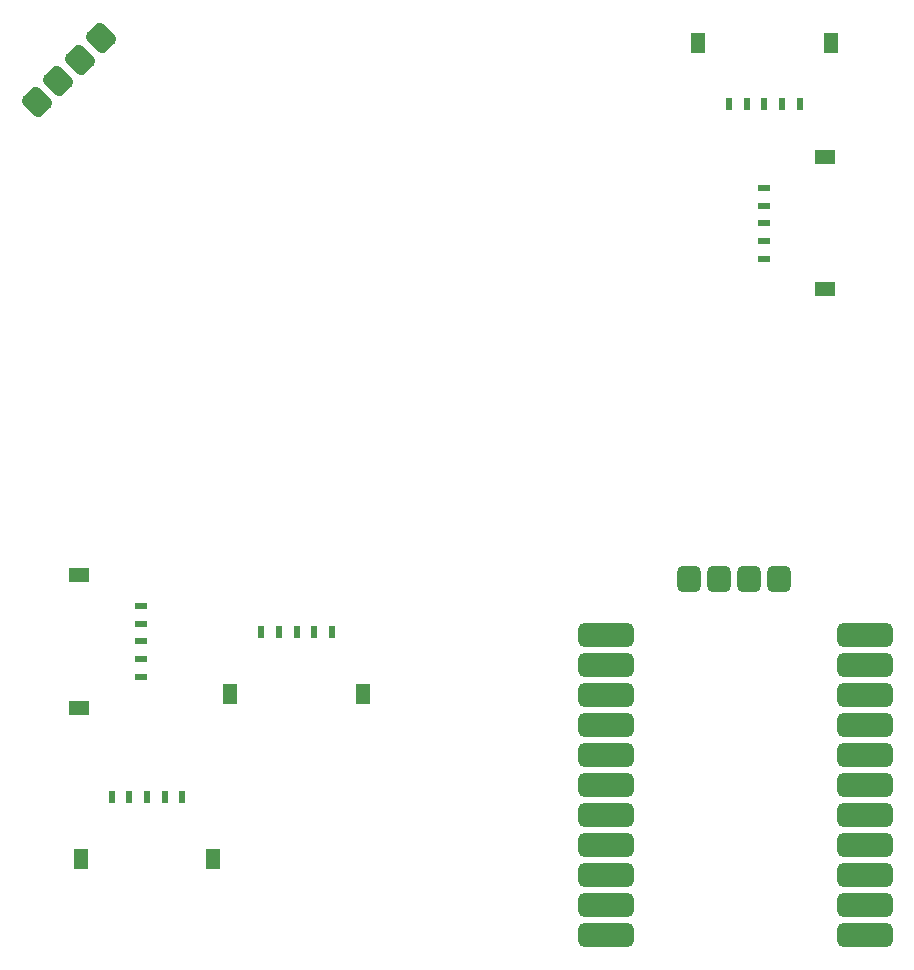
<source format=gbr>
%TF.GenerationSoftware,KiCad,Pcbnew,7.0.1*%
%TF.CreationDate,2024-01-21T14:51:45-07:00*%
%TF.ProjectId,solar-panel-side-Z,736f6c61-722d-4706-916e-656c2d736964,3.1*%
%TF.SameCoordinates,Original*%
%TF.FileFunction,Paste,Bot*%
%TF.FilePolarity,Positive*%
%FSLAX46Y46*%
G04 Gerber Fmt 4.6, Leading zero omitted, Abs format (unit mm)*
G04 Created by KiCad (PCBNEW 7.0.1) date 2024-01-21 14:51:45*
%MOMM*%
%LPD*%
G01*
G04 APERTURE LIST*
G04 Aperture macros list*
%AMRoundRect*
0 Rectangle with rounded corners*
0 $1 Rounding radius*
0 $2 $3 $4 $5 $6 $7 $8 $9 X,Y pos of 4 corners*
0 Add a 4 corners polygon primitive as box body*
4,1,4,$2,$3,$4,$5,$6,$7,$8,$9,$2,$3,0*
0 Add four circle primitives for the rounded corners*
1,1,$1+$1,$2,$3*
1,1,$1+$1,$4,$5*
1,1,$1+$1,$6,$7*
1,1,$1+$1,$8,$9*
0 Add four rect primitives between the rounded corners*
20,1,$1+$1,$2,$3,$4,$5,0*
20,1,$1+$1,$4,$5,$6,$7,0*
20,1,$1+$1,$6,$7,$8,$9,0*
20,1,$1+$1,$8,$9,$2,$3,0*%
G04 Aperture macros list end*
%ADD10RoundRect,0.500000X0.802566X-0.095459X-0.095459X0.802566X-0.802566X0.095459X0.095459X-0.802566X0*%
%ADD11R,0.600000X1.000000*%
%ADD12R,1.250000X1.800000*%
%ADD13R,1.000000X0.600000*%
%ADD14R,1.800000X1.250000*%
%ADD15RoundRect,0.500000X1.860000X0.500000X-1.860000X0.500000X-1.860000X-0.500000X1.860000X-0.500000X0*%
%ADD16RoundRect,0.500000X0.500000X-0.635000X0.500000X0.635000X-0.500000X0.635000X-0.500000X-0.635000X0*%
G04 APERTURE END LIST*
D10*
%TO.C,U5*%
X119703140Y-49559925D03*
X117907089Y-51355976D03*
X116111037Y-53152028D03*
X114314986Y-54948079D03*
%TD*%
D11*
%TO.C,J9*%
X126618501Y-113810000D03*
X125118501Y-113810000D03*
X123618502Y-113810000D03*
X122118500Y-113810000D03*
X120618500Y-113810000D03*
D12*
X129223500Y-119000000D03*
X118013502Y-119000000D03*
%TD*%
D13*
%TO.C,J8*%
X175830000Y-62211499D03*
X175830000Y-63711499D03*
X175830000Y-65211498D03*
X175830000Y-66711500D03*
X175830000Y-68211500D03*
D14*
X181020000Y-59606500D03*
X181020000Y-70816498D03*
%TD*%
D11*
%TO.C,J3*%
X172881499Y-55130001D03*
X174381499Y-55130001D03*
X175881498Y-55130001D03*
X177381500Y-55130001D03*
X178881500Y-55130001D03*
D12*
X170276500Y-49940001D03*
X181486498Y-49940001D03*
%TD*%
D13*
%TO.C,J2*%
X123080001Y-103618501D03*
X123080001Y-102118501D03*
X123080001Y-100618502D03*
X123080001Y-99118500D03*
X123080001Y-97618500D03*
D14*
X117890001Y-106223500D03*
X117890001Y-95013502D03*
%TD*%
D15*
%TO.C,U4*%
X184400000Y-100080000D03*
X184400000Y-102620000D03*
X184400000Y-105160000D03*
X184400000Y-107700000D03*
X184400000Y-110240000D03*
X184400000Y-112780000D03*
X184400000Y-115320000D03*
X184400000Y-117860000D03*
X184400000Y-120400000D03*
X184400000Y-122940000D03*
X184400000Y-125480000D03*
X162440000Y-100080000D03*
X162440000Y-102620000D03*
X162440000Y-105160000D03*
X162440000Y-107700000D03*
X162440000Y-110240000D03*
X162440000Y-112780000D03*
X162440000Y-115320000D03*
X162440000Y-117860000D03*
X162440000Y-120400000D03*
X162440000Y-122940000D03*
X162440000Y-125480000D03*
D16*
X177160000Y-95365000D03*
X174620000Y-95365000D03*
X172080000Y-95365000D03*
X169540000Y-95365000D03*
%TD*%
D11*
%TO.C,J1*%
X139278501Y-99850000D03*
X137778501Y-99850000D03*
X136278502Y-99850000D03*
X134778500Y-99850000D03*
X133278500Y-99850000D03*
D12*
X141883500Y-105040000D03*
X130673502Y-105040000D03*
%TD*%
M02*

</source>
